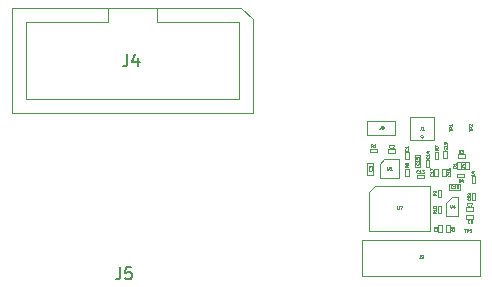
<source format=gbr>
%TF.GenerationSoftware,KiCad,Pcbnew,(7.0.0)*%
%TF.CreationDate,2023-09-15T12:30:04-04:00*%
%TF.ProjectId,headstage-neuropix2e,68656164-7374-4616-9765-2d6e6575726f,B (Beta)*%
%TF.SameCoordinates,Original*%
%TF.FileFunction,AssemblyDrawing,Top*%
%FSLAX46Y46*%
G04 Gerber Fmt 4.6, Leading zero omitted, Abs format (unit mm)*
G04 Created by KiCad (PCBNEW (7.0.0)) date 2023-09-15 12:30:04*
%MOMM*%
%LPD*%
G01*
G04 APERTURE LIST*
%ADD10C,0.040000*%
%ADD11C,0.150000*%
%ADD12C,0.100000*%
G04 APERTURE END LIST*
D10*
%TO.C,J1*%
X142436667Y-83341845D02*
X142436667Y-83520416D01*
X142436667Y-83520416D02*
X142424762Y-83556130D01*
X142424762Y-83556130D02*
X142400953Y-83579940D01*
X142400953Y-83579940D02*
X142365238Y-83591845D01*
X142365238Y-83591845D02*
X142341429Y-83591845D01*
X142686667Y-83591845D02*
X142543810Y-83591845D01*
X142615238Y-83591845D02*
X142615238Y-83341845D01*
X142615238Y-83341845D02*
X142591429Y-83377559D01*
X142591429Y-83377559D02*
X142567619Y-83401369D01*
X142567619Y-83401369D02*
X142543810Y-83413273D01*
%TO.C,R6*%
X141331845Y-86651666D02*
X141212797Y-86734999D01*
X141331845Y-86794523D02*
X141081845Y-86794523D01*
X141081845Y-86794523D02*
X141081845Y-86699285D01*
X141081845Y-86699285D02*
X141093750Y-86675475D01*
X141093750Y-86675475D02*
X141105654Y-86663570D01*
X141105654Y-86663570D02*
X141129464Y-86651666D01*
X141129464Y-86651666D02*
X141165178Y-86651666D01*
X141165178Y-86651666D02*
X141188988Y-86663570D01*
X141188988Y-86663570D02*
X141200892Y-86675475D01*
X141200892Y-86675475D02*
X141212797Y-86699285D01*
X141212797Y-86699285D02*
X141212797Y-86794523D01*
X141081845Y-86437380D02*
X141081845Y-86484999D01*
X141081845Y-86484999D02*
X141093750Y-86508808D01*
X141093750Y-86508808D02*
X141105654Y-86520713D01*
X141105654Y-86520713D02*
X141141369Y-86544523D01*
X141141369Y-86544523D02*
X141188988Y-86556427D01*
X141188988Y-86556427D02*
X141284226Y-86556427D01*
X141284226Y-86556427D02*
X141308035Y-86544523D01*
X141308035Y-86544523D02*
X141319940Y-86532618D01*
X141319940Y-86532618D02*
X141331845Y-86508808D01*
X141331845Y-86508808D02*
X141331845Y-86461189D01*
X141331845Y-86461189D02*
X141319940Y-86437380D01*
X141319940Y-86437380D02*
X141308035Y-86425475D01*
X141308035Y-86425475D02*
X141284226Y-86413570D01*
X141284226Y-86413570D02*
X141224702Y-86413570D01*
X141224702Y-86413570D02*
X141200892Y-86425475D01*
X141200892Y-86425475D02*
X141188988Y-86437380D01*
X141188988Y-86437380D02*
X141177083Y-86461189D01*
X141177083Y-86461189D02*
X141177083Y-86508808D01*
X141177083Y-86508808D02*
X141188988Y-86532618D01*
X141188988Y-86532618D02*
X141200892Y-86544523D01*
X141200892Y-86544523D02*
X141224702Y-86556427D01*
D11*
%TO.C,J5*%
X116956666Y-95267380D02*
X116956666Y-95981666D01*
X116956666Y-95981666D02*
X116909047Y-96124523D01*
X116909047Y-96124523D02*
X116813809Y-96219761D01*
X116813809Y-96219761D02*
X116670952Y-96267380D01*
X116670952Y-96267380D02*
X116575714Y-96267380D01*
X117909047Y-95267380D02*
X117432857Y-95267380D01*
X117432857Y-95267380D02*
X117385238Y-95743571D01*
X117385238Y-95743571D02*
X117432857Y-95695952D01*
X117432857Y-95695952D02*
X117528095Y-95648333D01*
X117528095Y-95648333D02*
X117766190Y-95648333D01*
X117766190Y-95648333D02*
X117861428Y-95695952D01*
X117861428Y-95695952D02*
X117909047Y-95743571D01*
X117909047Y-95743571D02*
X117956666Y-95838809D01*
X117956666Y-95838809D02*
X117956666Y-96076904D01*
X117956666Y-96076904D02*
X117909047Y-96172142D01*
X117909047Y-96172142D02*
X117861428Y-96219761D01*
X117861428Y-96219761D02*
X117766190Y-96267380D01*
X117766190Y-96267380D02*
X117528095Y-96267380D01*
X117528095Y-96267380D02*
X117432857Y-96219761D01*
X117432857Y-96219761D02*
X117385238Y-96172142D01*
D10*
%TO.C,TP2*%
X146481845Y-83735475D02*
X146481845Y-83592618D01*
X146731845Y-83664046D02*
X146481845Y-83664046D01*
X146731845Y-83509285D02*
X146481845Y-83509285D01*
X146481845Y-83509285D02*
X146481845Y-83414047D01*
X146481845Y-83414047D02*
X146493750Y-83390237D01*
X146493750Y-83390237D02*
X146505654Y-83378332D01*
X146505654Y-83378332D02*
X146529464Y-83366428D01*
X146529464Y-83366428D02*
X146565178Y-83366428D01*
X146565178Y-83366428D02*
X146588988Y-83378332D01*
X146588988Y-83378332D02*
X146600892Y-83390237D01*
X146600892Y-83390237D02*
X146612797Y-83414047D01*
X146612797Y-83414047D02*
X146612797Y-83509285D01*
X146505654Y-83271189D02*
X146493750Y-83259285D01*
X146493750Y-83259285D02*
X146481845Y-83235475D01*
X146481845Y-83235475D02*
X146481845Y-83175951D01*
X146481845Y-83175951D02*
X146493750Y-83152142D01*
X146493750Y-83152142D02*
X146505654Y-83140237D01*
X146505654Y-83140237D02*
X146529464Y-83128332D01*
X146529464Y-83128332D02*
X146553273Y-83128332D01*
X146553273Y-83128332D02*
X146588988Y-83140237D01*
X146588988Y-83140237D02*
X146731845Y-83283094D01*
X146731845Y-83283094D02*
X146731845Y-83128332D01*
%TO.C,C13*%
X142179285Y-87258035D02*
X142167381Y-87269940D01*
X142167381Y-87269940D02*
X142131666Y-87281845D01*
X142131666Y-87281845D02*
X142107857Y-87281845D01*
X142107857Y-87281845D02*
X142072143Y-87269940D01*
X142072143Y-87269940D02*
X142048333Y-87246130D01*
X142048333Y-87246130D02*
X142036428Y-87222321D01*
X142036428Y-87222321D02*
X142024524Y-87174702D01*
X142024524Y-87174702D02*
X142024524Y-87138988D01*
X142024524Y-87138988D02*
X142036428Y-87091369D01*
X142036428Y-87091369D02*
X142048333Y-87067559D01*
X142048333Y-87067559D02*
X142072143Y-87043750D01*
X142072143Y-87043750D02*
X142107857Y-87031845D01*
X142107857Y-87031845D02*
X142131666Y-87031845D01*
X142131666Y-87031845D02*
X142167381Y-87043750D01*
X142167381Y-87043750D02*
X142179285Y-87055654D01*
X142417381Y-87281845D02*
X142274524Y-87281845D01*
X142345952Y-87281845D02*
X142345952Y-87031845D01*
X142345952Y-87031845D02*
X142322143Y-87067559D01*
X142322143Y-87067559D02*
X142298333Y-87091369D01*
X142298333Y-87091369D02*
X142274524Y-87103273D01*
X142500714Y-87031845D02*
X142655476Y-87031845D01*
X142655476Y-87031845D02*
X142572142Y-87127083D01*
X142572142Y-87127083D02*
X142607857Y-87127083D01*
X142607857Y-87127083D02*
X142631666Y-87138988D01*
X142631666Y-87138988D02*
X142643571Y-87150892D01*
X142643571Y-87150892D02*
X142655476Y-87174702D01*
X142655476Y-87174702D02*
X142655476Y-87234226D01*
X142655476Y-87234226D02*
X142643571Y-87258035D01*
X142643571Y-87258035D02*
X142631666Y-87269940D01*
X142631666Y-87269940D02*
X142607857Y-87281845D01*
X142607857Y-87281845D02*
X142536428Y-87281845D01*
X142536428Y-87281845D02*
X142512619Y-87269940D01*
X142512619Y-87269940D02*
X142500714Y-87258035D01*
%TO.C,R3*%
X145758333Y-85571845D02*
X145675000Y-85452797D01*
X145615476Y-85571845D02*
X145615476Y-85321845D01*
X145615476Y-85321845D02*
X145710714Y-85321845D01*
X145710714Y-85321845D02*
X145734524Y-85333750D01*
X145734524Y-85333750D02*
X145746429Y-85345654D01*
X145746429Y-85345654D02*
X145758333Y-85369464D01*
X145758333Y-85369464D02*
X145758333Y-85405178D01*
X145758333Y-85405178D02*
X145746429Y-85428988D01*
X145746429Y-85428988D02*
X145734524Y-85440892D01*
X145734524Y-85440892D02*
X145710714Y-85452797D01*
X145710714Y-85452797D02*
X145615476Y-85452797D01*
X145841667Y-85321845D02*
X145996429Y-85321845D01*
X145996429Y-85321845D02*
X145913095Y-85417083D01*
X145913095Y-85417083D02*
X145948810Y-85417083D01*
X145948810Y-85417083D02*
X145972619Y-85428988D01*
X145972619Y-85428988D02*
X145984524Y-85440892D01*
X145984524Y-85440892D02*
X145996429Y-85464702D01*
X145996429Y-85464702D02*
X145996429Y-85524226D01*
X145996429Y-85524226D02*
X145984524Y-85548035D01*
X145984524Y-85548035D02*
X145972619Y-85559940D01*
X145972619Y-85559940D02*
X145948810Y-85571845D01*
X145948810Y-85571845D02*
X145877381Y-85571845D01*
X145877381Y-85571845D02*
X145853572Y-85559940D01*
X145853572Y-85559940D02*
X145841667Y-85548035D01*
%TO.C,J6*%
X138996667Y-83271845D02*
X138996667Y-83450416D01*
X138996667Y-83450416D02*
X138984762Y-83486130D01*
X138984762Y-83486130D02*
X138960953Y-83509940D01*
X138960953Y-83509940D02*
X138925238Y-83521845D01*
X138925238Y-83521845D02*
X138901429Y-83521845D01*
X139222857Y-83271845D02*
X139175238Y-83271845D01*
X139175238Y-83271845D02*
X139151429Y-83283750D01*
X139151429Y-83283750D02*
X139139524Y-83295654D01*
X139139524Y-83295654D02*
X139115714Y-83331369D01*
X139115714Y-83331369D02*
X139103810Y-83378988D01*
X139103810Y-83378988D02*
X139103810Y-83474226D01*
X139103810Y-83474226D02*
X139115714Y-83498035D01*
X139115714Y-83498035D02*
X139127619Y-83509940D01*
X139127619Y-83509940D02*
X139151429Y-83521845D01*
X139151429Y-83521845D02*
X139199048Y-83521845D01*
X139199048Y-83521845D02*
X139222857Y-83509940D01*
X139222857Y-83509940D02*
X139234762Y-83498035D01*
X139234762Y-83498035D02*
X139246667Y-83474226D01*
X139246667Y-83474226D02*
X139246667Y-83414702D01*
X139246667Y-83414702D02*
X139234762Y-83390892D01*
X139234762Y-83390892D02*
X139222857Y-83378988D01*
X139222857Y-83378988D02*
X139199048Y-83367083D01*
X139199048Y-83367083D02*
X139151429Y-83367083D01*
X139151429Y-83367083D02*
X139127619Y-83378988D01*
X139127619Y-83378988D02*
X139115714Y-83390892D01*
X139115714Y-83390892D02*
X139103810Y-83414702D01*
%TO.C,U7*%
X140422023Y-90091845D02*
X140422023Y-90294226D01*
X140422023Y-90294226D02*
X140433928Y-90318035D01*
X140433928Y-90318035D02*
X140445833Y-90329940D01*
X140445833Y-90329940D02*
X140469642Y-90341845D01*
X140469642Y-90341845D02*
X140517261Y-90341845D01*
X140517261Y-90341845D02*
X140541071Y-90329940D01*
X140541071Y-90329940D02*
X140552976Y-90318035D01*
X140552976Y-90318035D02*
X140564880Y-90294226D01*
X140564880Y-90294226D02*
X140564880Y-90091845D01*
X140660119Y-90091845D02*
X140826785Y-90091845D01*
X140826785Y-90091845D02*
X140719643Y-90341845D01*
%TO.C,C15*%
X142218035Y-86410714D02*
X142229940Y-86422618D01*
X142229940Y-86422618D02*
X142241845Y-86458333D01*
X142241845Y-86458333D02*
X142241845Y-86482142D01*
X142241845Y-86482142D02*
X142229940Y-86517856D01*
X142229940Y-86517856D02*
X142206130Y-86541666D01*
X142206130Y-86541666D02*
X142182321Y-86553571D01*
X142182321Y-86553571D02*
X142134702Y-86565475D01*
X142134702Y-86565475D02*
X142098988Y-86565475D01*
X142098988Y-86565475D02*
X142051369Y-86553571D01*
X142051369Y-86553571D02*
X142027559Y-86541666D01*
X142027559Y-86541666D02*
X142003750Y-86517856D01*
X142003750Y-86517856D02*
X141991845Y-86482142D01*
X141991845Y-86482142D02*
X141991845Y-86458333D01*
X141991845Y-86458333D02*
X142003750Y-86422618D01*
X142003750Y-86422618D02*
X142015654Y-86410714D01*
X142241845Y-86172618D02*
X142241845Y-86315475D01*
X142241845Y-86244047D02*
X141991845Y-86244047D01*
X141991845Y-86244047D02*
X142027559Y-86267856D01*
X142027559Y-86267856D02*
X142051369Y-86291666D01*
X142051369Y-86291666D02*
X142063273Y-86315475D01*
X141991845Y-85946428D02*
X141991845Y-86065476D01*
X141991845Y-86065476D02*
X142110892Y-86077380D01*
X142110892Y-86077380D02*
X142098988Y-86065476D01*
X142098988Y-86065476D02*
X142087083Y-86041666D01*
X142087083Y-86041666D02*
X142087083Y-85982142D01*
X142087083Y-85982142D02*
X142098988Y-85958333D01*
X142098988Y-85958333D02*
X142110892Y-85946428D01*
X142110892Y-85946428D02*
X142134702Y-85934523D01*
X142134702Y-85934523D02*
X142194226Y-85934523D01*
X142194226Y-85934523D02*
X142218035Y-85946428D01*
X142218035Y-85946428D02*
X142229940Y-85958333D01*
X142229940Y-85958333D02*
X142241845Y-85982142D01*
X142241845Y-85982142D02*
X142241845Y-86041666D01*
X142241845Y-86041666D02*
X142229940Y-86065476D01*
X142229940Y-86065476D02*
X142218035Y-86077380D01*
%TO.C,TP1*%
X144801845Y-83735475D02*
X144801845Y-83592618D01*
X145051845Y-83664046D02*
X144801845Y-83664046D01*
X145051845Y-83509285D02*
X144801845Y-83509285D01*
X144801845Y-83509285D02*
X144801845Y-83414047D01*
X144801845Y-83414047D02*
X144813750Y-83390237D01*
X144813750Y-83390237D02*
X144825654Y-83378332D01*
X144825654Y-83378332D02*
X144849464Y-83366428D01*
X144849464Y-83366428D02*
X144885178Y-83366428D01*
X144885178Y-83366428D02*
X144908988Y-83378332D01*
X144908988Y-83378332D02*
X144920892Y-83390237D01*
X144920892Y-83390237D02*
X144932797Y-83414047D01*
X144932797Y-83414047D02*
X144932797Y-83509285D01*
X145051845Y-83128332D02*
X145051845Y-83271189D01*
X145051845Y-83199761D02*
X144801845Y-83199761D01*
X144801845Y-83199761D02*
X144837559Y-83223570D01*
X144837559Y-83223570D02*
X144861369Y-83247380D01*
X144861369Y-83247380D02*
X144873273Y-83271189D01*
%TO.C,R1*%
X138328333Y-85091845D02*
X138245000Y-84972797D01*
X138185476Y-85091845D02*
X138185476Y-84841845D01*
X138185476Y-84841845D02*
X138280714Y-84841845D01*
X138280714Y-84841845D02*
X138304524Y-84853750D01*
X138304524Y-84853750D02*
X138316429Y-84865654D01*
X138316429Y-84865654D02*
X138328333Y-84889464D01*
X138328333Y-84889464D02*
X138328333Y-84925178D01*
X138328333Y-84925178D02*
X138316429Y-84948988D01*
X138316429Y-84948988D02*
X138304524Y-84960892D01*
X138304524Y-84960892D02*
X138280714Y-84972797D01*
X138280714Y-84972797D02*
X138185476Y-84972797D01*
X138566429Y-85091845D02*
X138423572Y-85091845D01*
X138495000Y-85091845D02*
X138495000Y-84841845D01*
X138495000Y-84841845D02*
X138471191Y-84877559D01*
X138471191Y-84877559D02*
X138447381Y-84901369D01*
X138447381Y-84901369D02*
X138423572Y-84913273D01*
%TO.C,C17*%
X143408035Y-87360714D02*
X143419940Y-87372618D01*
X143419940Y-87372618D02*
X143431845Y-87408333D01*
X143431845Y-87408333D02*
X143431845Y-87432142D01*
X143431845Y-87432142D02*
X143419940Y-87467856D01*
X143419940Y-87467856D02*
X143396130Y-87491666D01*
X143396130Y-87491666D02*
X143372321Y-87503571D01*
X143372321Y-87503571D02*
X143324702Y-87515475D01*
X143324702Y-87515475D02*
X143288988Y-87515475D01*
X143288988Y-87515475D02*
X143241369Y-87503571D01*
X143241369Y-87503571D02*
X143217559Y-87491666D01*
X143217559Y-87491666D02*
X143193750Y-87467856D01*
X143193750Y-87467856D02*
X143181845Y-87432142D01*
X143181845Y-87432142D02*
X143181845Y-87408333D01*
X143181845Y-87408333D02*
X143193750Y-87372618D01*
X143193750Y-87372618D02*
X143205654Y-87360714D01*
X143431845Y-87122618D02*
X143431845Y-87265475D01*
X143431845Y-87194047D02*
X143181845Y-87194047D01*
X143181845Y-87194047D02*
X143217559Y-87217856D01*
X143217559Y-87217856D02*
X143241369Y-87241666D01*
X143241369Y-87241666D02*
X143253273Y-87265475D01*
X143181845Y-87039285D02*
X143181845Y-86872619D01*
X143181845Y-86872619D02*
X143431845Y-86979761D01*
%TO.C,C14*%
X143058035Y-85890714D02*
X143069940Y-85902618D01*
X143069940Y-85902618D02*
X143081845Y-85938333D01*
X143081845Y-85938333D02*
X143081845Y-85962142D01*
X143081845Y-85962142D02*
X143069940Y-85997856D01*
X143069940Y-85997856D02*
X143046130Y-86021666D01*
X143046130Y-86021666D02*
X143022321Y-86033571D01*
X143022321Y-86033571D02*
X142974702Y-86045475D01*
X142974702Y-86045475D02*
X142938988Y-86045475D01*
X142938988Y-86045475D02*
X142891369Y-86033571D01*
X142891369Y-86033571D02*
X142867559Y-86021666D01*
X142867559Y-86021666D02*
X142843750Y-85997856D01*
X142843750Y-85997856D02*
X142831845Y-85962142D01*
X142831845Y-85962142D02*
X142831845Y-85938333D01*
X142831845Y-85938333D02*
X142843750Y-85902618D01*
X142843750Y-85902618D02*
X142855654Y-85890714D01*
X143081845Y-85652618D02*
X143081845Y-85795475D01*
X143081845Y-85724047D02*
X142831845Y-85724047D01*
X142831845Y-85724047D02*
X142867559Y-85747856D01*
X142867559Y-85747856D02*
X142891369Y-85771666D01*
X142891369Y-85771666D02*
X142903273Y-85795475D01*
X142915178Y-85438333D02*
X143081845Y-85438333D01*
X142819940Y-85497857D02*
X142998511Y-85557380D01*
X142998511Y-85557380D02*
X142998511Y-85402619D01*
%TO.C,C22*%
X146578035Y-89440714D02*
X146589940Y-89452618D01*
X146589940Y-89452618D02*
X146601845Y-89488333D01*
X146601845Y-89488333D02*
X146601845Y-89512142D01*
X146601845Y-89512142D02*
X146589940Y-89547856D01*
X146589940Y-89547856D02*
X146566130Y-89571666D01*
X146566130Y-89571666D02*
X146542321Y-89583571D01*
X146542321Y-89583571D02*
X146494702Y-89595475D01*
X146494702Y-89595475D02*
X146458988Y-89595475D01*
X146458988Y-89595475D02*
X146411369Y-89583571D01*
X146411369Y-89583571D02*
X146387559Y-89571666D01*
X146387559Y-89571666D02*
X146363750Y-89547856D01*
X146363750Y-89547856D02*
X146351845Y-89512142D01*
X146351845Y-89512142D02*
X146351845Y-89488333D01*
X146351845Y-89488333D02*
X146363750Y-89452618D01*
X146363750Y-89452618D02*
X146375654Y-89440714D01*
X146375654Y-89345475D02*
X146363750Y-89333571D01*
X146363750Y-89333571D02*
X146351845Y-89309761D01*
X146351845Y-89309761D02*
X146351845Y-89250237D01*
X146351845Y-89250237D02*
X146363750Y-89226428D01*
X146363750Y-89226428D02*
X146375654Y-89214523D01*
X146375654Y-89214523D02*
X146399464Y-89202618D01*
X146399464Y-89202618D02*
X146423273Y-89202618D01*
X146423273Y-89202618D02*
X146458988Y-89214523D01*
X146458988Y-89214523D02*
X146601845Y-89357380D01*
X146601845Y-89357380D02*
X146601845Y-89202618D01*
X146375654Y-89107380D02*
X146363750Y-89095476D01*
X146363750Y-89095476D02*
X146351845Y-89071666D01*
X146351845Y-89071666D02*
X146351845Y-89012142D01*
X146351845Y-89012142D02*
X146363750Y-88988333D01*
X146363750Y-88988333D02*
X146375654Y-88976428D01*
X146375654Y-88976428D02*
X146399464Y-88964523D01*
X146399464Y-88964523D02*
X146423273Y-88964523D01*
X146423273Y-88964523D02*
X146458988Y-88976428D01*
X146458988Y-88976428D02*
X146601845Y-89119285D01*
X146601845Y-89119285D02*
X146601845Y-88964523D01*
%TO.C,C9*%
X145218035Y-92041666D02*
X145229940Y-92053570D01*
X145229940Y-92053570D02*
X145241845Y-92089285D01*
X145241845Y-92089285D02*
X145241845Y-92113094D01*
X145241845Y-92113094D02*
X145229940Y-92148808D01*
X145229940Y-92148808D02*
X145206130Y-92172618D01*
X145206130Y-92172618D02*
X145182321Y-92184523D01*
X145182321Y-92184523D02*
X145134702Y-92196427D01*
X145134702Y-92196427D02*
X145098988Y-92196427D01*
X145098988Y-92196427D02*
X145051369Y-92184523D01*
X145051369Y-92184523D02*
X145027559Y-92172618D01*
X145027559Y-92172618D02*
X145003750Y-92148808D01*
X145003750Y-92148808D02*
X144991845Y-92113094D01*
X144991845Y-92113094D02*
X144991845Y-92089285D01*
X144991845Y-92089285D02*
X145003750Y-92053570D01*
X145003750Y-92053570D02*
X145015654Y-92041666D01*
X145241845Y-91922618D02*
X145241845Y-91874999D01*
X145241845Y-91874999D02*
X145229940Y-91851189D01*
X145229940Y-91851189D02*
X145218035Y-91839285D01*
X145218035Y-91839285D02*
X145182321Y-91815475D01*
X145182321Y-91815475D02*
X145134702Y-91803570D01*
X145134702Y-91803570D02*
X145039464Y-91803570D01*
X145039464Y-91803570D02*
X145015654Y-91815475D01*
X145015654Y-91815475D02*
X145003750Y-91827380D01*
X145003750Y-91827380D02*
X144991845Y-91851189D01*
X144991845Y-91851189D02*
X144991845Y-91898808D01*
X144991845Y-91898808D02*
X145003750Y-91922618D01*
X145003750Y-91922618D02*
X145015654Y-91934523D01*
X145015654Y-91934523D02*
X145039464Y-91946427D01*
X145039464Y-91946427D02*
X145098988Y-91946427D01*
X145098988Y-91946427D02*
X145122797Y-91934523D01*
X145122797Y-91934523D02*
X145134702Y-91922618D01*
X145134702Y-91922618D02*
X145146607Y-91898808D01*
X145146607Y-91898808D02*
X145146607Y-91851189D01*
X145146607Y-91851189D02*
X145134702Y-91827380D01*
X145134702Y-91827380D02*
X145122797Y-91815475D01*
X145122797Y-91815475D02*
X145098988Y-91803570D01*
%TO.C,C7*%
X146488333Y-90028035D02*
X146476429Y-90039940D01*
X146476429Y-90039940D02*
X146440714Y-90051845D01*
X146440714Y-90051845D02*
X146416905Y-90051845D01*
X146416905Y-90051845D02*
X146381191Y-90039940D01*
X146381191Y-90039940D02*
X146357381Y-90016130D01*
X146357381Y-90016130D02*
X146345476Y-89992321D01*
X146345476Y-89992321D02*
X146333572Y-89944702D01*
X146333572Y-89944702D02*
X146333572Y-89908988D01*
X146333572Y-89908988D02*
X146345476Y-89861369D01*
X146345476Y-89861369D02*
X146357381Y-89837559D01*
X146357381Y-89837559D02*
X146381191Y-89813750D01*
X146381191Y-89813750D02*
X146416905Y-89801845D01*
X146416905Y-89801845D02*
X146440714Y-89801845D01*
X146440714Y-89801845D02*
X146476429Y-89813750D01*
X146476429Y-89813750D02*
X146488333Y-89825654D01*
X146571667Y-89801845D02*
X146738333Y-89801845D01*
X146738333Y-89801845D02*
X146631191Y-90051845D01*
%TO.C,C2*%
X139868333Y-85118035D02*
X139856429Y-85129940D01*
X139856429Y-85129940D02*
X139820714Y-85141845D01*
X139820714Y-85141845D02*
X139796905Y-85141845D01*
X139796905Y-85141845D02*
X139761191Y-85129940D01*
X139761191Y-85129940D02*
X139737381Y-85106130D01*
X139737381Y-85106130D02*
X139725476Y-85082321D01*
X139725476Y-85082321D02*
X139713572Y-85034702D01*
X139713572Y-85034702D02*
X139713572Y-84998988D01*
X139713572Y-84998988D02*
X139725476Y-84951369D01*
X139725476Y-84951369D02*
X139737381Y-84927559D01*
X139737381Y-84927559D02*
X139761191Y-84903750D01*
X139761191Y-84903750D02*
X139796905Y-84891845D01*
X139796905Y-84891845D02*
X139820714Y-84891845D01*
X139820714Y-84891845D02*
X139856429Y-84903750D01*
X139856429Y-84903750D02*
X139868333Y-84915654D01*
X139963572Y-84915654D02*
X139975476Y-84903750D01*
X139975476Y-84903750D02*
X139999286Y-84891845D01*
X139999286Y-84891845D02*
X140058810Y-84891845D01*
X140058810Y-84891845D02*
X140082619Y-84903750D01*
X140082619Y-84903750D02*
X140094524Y-84915654D01*
X140094524Y-84915654D02*
X140106429Y-84939464D01*
X140106429Y-84939464D02*
X140106429Y-84963273D01*
X140106429Y-84963273D02*
X140094524Y-84998988D01*
X140094524Y-84998988D02*
X139951667Y-85141845D01*
X139951667Y-85141845D02*
X140106429Y-85141845D01*
%TO.C,U1*%
X139534523Y-86741845D02*
X139534523Y-86944226D01*
X139534523Y-86944226D02*
X139546428Y-86968035D01*
X139546428Y-86968035D02*
X139558333Y-86979940D01*
X139558333Y-86979940D02*
X139582142Y-86991845D01*
X139582142Y-86991845D02*
X139629761Y-86991845D01*
X139629761Y-86991845D02*
X139653571Y-86979940D01*
X139653571Y-86979940D02*
X139665476Y-86968035D01*
X139665476Y-86968035D02*
X139677380Y-86944226D01*
X139677380Y-86944226D02*
X139677380Y-86741845D01*
X139927381Y-86991845D02*
X139784524Y-86991845D01*
X139855952Y-86991845D02*
X139855952Y-86741845D01*
X139855952Y-86741845D02*
X139832143Y-86777559D01*
X139832143Y-86777559D02*
X139808333Y-86801369D01*
X139808333Y-86801369D02*
X139784524Y-86813273D01*
%TO.C,J2*%
X142341667Y-94241845D02*
X142341667Y-94420416D01*
X142341667Y-94420416D02*
X142329762Y-94456130D01*
X142329762Y-94456130D02*
X142305953Y-94479940D01*
X142305953Y-94479940D02*
X142270238Y-94491845D01*
X142270238Y-94491845D02*
X142246429Y-94491845D01*
X142448810Y-94265654D02*
X142460714Y-94253750D01*
X142460714Y-94253750D02*
X142484524Y-94241845D01*
X142484524Y-94241845D02*
X142544048Y-94241845D01*
X142544048Y-94241845D02*
X142567857Y-94253750D01*
X142567857Y-94253750D02*
X142579762Y-94265654D01*
X142579762Y-94265654D02*
X142591667Y-94289464D01*
X142591667Y-94289464D02*
X142591667Y-94313273D01*
X142591667Y-94313273D02*
X142579762Y-94348988D01*
X142579762Y-94348988D02*
X142436905Y-94491845D01*
X142436905Y-94491845D02*
X142591667Y-94491845D01*
%TO.C,R10*%
X143694845Y-90551714D02*
X143575797Y-90635047D01*
X143694845Y-90694571D02*
X143444845Y-90694571D01*
X143444845Y-90694571D02*
X143444845Y-90599333D01*
X143444845Y-90599333D02*
X143456750Y-90575523D01*
X143456750Y-90575523D02*
X143468654Y-90563618D01*
X143468654Y-90563618D02*
X143492464Y-90551714D01*
X143492464Y-90551714D02*
X143528178Y-90551714D01*
X143528178Y-90551714D02*
X143551988Y-90563618D01*
X143551988Y-90563618D02*
X143563892Y-90575523D01*
X143563892Y-90575523D02*
X143575797Y-90599333D01*
X143575797Y-90599333D02*
X143575797Y-90694571D01*
X143694845Y-90313618D02*
X143694845Y-90456475D01*
X143694845Y-90385047D02*
X143444845Y-90385047D01*
X143444845Y-90385047D02*
X143480559Y-90408856D01*
X143480559Y-90408856D02*
X143504369Y-90432666D01*
X143504369Y-90432666D02*
X143516273Y-90456475D01*
X143444845Y-90158857D02*
X143444845Y-90135047D01*
X143444845Y-90135047D02*
X143456750Y-90111238D01*
X143456750Y-90111238D02*
X143468654Y-90099333D01*
X143468654Y-90099333D02*
X143492464Y-90087428D01*
X143492464Y-90087428D02*
X143540083Y-90075523D01*
X143540083Y-90075523D02*
X143599607Y-90075523D01*
X143599607Y-90075523D02*
X143647226Y-90087428D01*
X143647226Y-90087428D02*
X143671035Y-90099333D01*
X143671035Y-90099333D02*
X143682940Y-90111238D01*
X143682940Y-90111238D02*
X143694845Y-90135047D01*
X143694845Y-90135047D02*
X143694845Y-90158857D01*
X143694845Y-90158857D02*
X143682940Y-90182666D01*
X143682940Y-90182666D02*
X143671035Y-90194571D01*
X143671035Y-90194571D02*
X143647226Y-90206476D01*
X143647226Y-90206476D02*
X143599607Y-90218380D01*
X143599607Y-90218380D02*
X143540083Y-90218380D01*
X143540083Y-90218380D02*
X143492464Y-90206476D01*
X143492464Y-90206476D02*
X143468654Y-90194571D01*
X143468654Y-90194571D02*
X143456750Y-90182666D01*
X143456750Y-90182666D02*
X143444845Y-90158857D01*
%TO.C,L4*%
X146941845Y-87321666D02*
X146941845Y-87440714D01*
X146941845Y-87440714D02*
X146691845Y-87440714D01*
X146775178Y-87131190D02*
X146941845Y-87131190D01*
X146679940Y-87190714D02*
X146858511Y-87250237D01*
X146858511Y-87250237D02*
X146858511Y-87095476D01*
%TO.C,C19*%
X144558035Y-85130714D02*
X144569940Y-85142618D01*
X144569940Y-85142618D02*
X144581845Y-85178333D01*
X144581845Y-85178333D02*
X144581845Y-85202142D01*
X144581845Y-85202142D02*
X144569940Y-85237856D01*
X144569940Y-85237856D02*
X144546130Y-85261666D01*
X144546130Y-85261666D02*
X144522321Y-85273571D01*
X144522321Y-85273571D02*
X144474702Y-85285475D01*
X144474702Y-85285475D02*
X144438988Y-85285475D01*
X144438988Y-85285475D02*
X144391369Y-85273571D01*
X144391369Y-85273571D02*
X144367559Y-85261666D01*
X144367559Y-85261666D02*
X144343750Y-85237856D01*
X144343750Y-85237856D02*
X144331845Y-85202142D01*
X144331845Y-85202142D02*
X144331845Y-85178333D01*
X144331845Y-85178333D02*
X144343750Y-85142618D01*
X144343750Y-85142618D02*
X144355654Y-85130714D01*
X144581845Y-84892618D02*
X144581845Y-85035475D01*
X144581845Y-84964047D02*
X144331845Y-84964047D01*
X144331845Y-84964047D02*
X144367559Y-84987856D01*
X144367559Y-84987856D02*
X144391369Y-85011666D01*
X144391369Y-85011666D02*
X144403273Y-85035475D01*
X144581845Y-84773571D02*
X144581845Y-84725952D01*
X144581845Y-84725952D02*
X144569940Y-84702142D01*
X144569940Y-84702142D02*
X144558035Y-84690238D01*
X144558035Y-84690238D02*
X144522321Y-84666428D01*
X144522321Y-84666428D02*
X144474702Y-84654523D01*
X144474702Y-84654523D02*
X144379464Y-84654523D01*
X144379464Y-84654523D02*
X144355654Y-84666428D01*
X144355654Y-84666428D02*
X144343750Y-84678333D01*
X144343750Y-84678333D02*
X144331845Y-84702142D01*
X144331845Y-84702142D02*
X144331845Y-84749761D01*
X144331845Y-84749761D02*
X144343750Y-84773571D01*
X144343750Y-84773571D02*
X144355654Y-84785476D01*
X144355654Y-84785476D02*
X144379464Y-84797380D01*
X144379464Y-84797380D02*
X144438988Y-84797380D01*
X144438988Y-84797380D02*
X144462797Y-84785476D01*
X144462797Y-84785476D02*
X144474702Y-84773571D01*
X144474702Y-84773571D02*
X144486607Y-84749761D01*
X144486607Y-84749761D02*
X144486607Y-84702142D01*
X144486607Y-84702142D02*
X144474702Y-84678333D01*
X144474702Y-84678333D02*
X144462797Y-84666428D01*
X144462797Y-84666428D02*
X144438988Y-84654523D01*
%TO.C,C6*%
X146518333Y-91478035D02*
X146506429Y-91489940D01*
X146506429Y-91489940D02*
X146470714Y-91501845D01*
X146470714Y-91501845D02*
X146446905Y-91501845D01*
X146446905Y-91501845D02*
X146411191Y-91489940D01*
X146411191Y-91489940D02*
X146387381Y-91466130D01*
X146387381Y-91466130D02*
X146375476Y-91442321D01*
X146375476Y-91442321D02*
X146363572Y-91394702D01*
X146363572Y-91394702D02*
X146363572Y-91358988D01*
X146363572Y-91358988D02*
X146375476Y-91311369D01*
X146375476Y-91311369D02*
X146387381Y-91287559D01*
X146387381Y-91287559D02*
X146411191Y-91263750D01*
X146411191Y-91263750D02*
X146446905Y-91251845D01*
X146446905Y-91251845D02*
X146470714Y-91251845D01*
X146470714Y-91251845D02*
X146506429Y-91263750D01*
X146506429Y-91263750D02*
X146518333Y-91275654D01*
X146732619Y-91251845D02*
X146685000Y-91251845D01*
X146685000Y-91251845D02*
X146661191Y-91263750D01*
X146661191Y-91263750D02*
X146649286Y-91275654D01*
X146649286Y-91275654D02*
X146625476Y-91311369D01*
X146625476Y-91311369D02*
X146613572Y-91358988D01*
X146613572Y-91358988D02*
X146613572Y-91454226D01*
X146613572Y-91454226D02*
X146625476Y-91478035D01*
X146625476Y-91478035D02*
X146637381Y-91489940D01*
X146637381Y-91489940D02*
X146661191Y-91501845D01*
X146661191Y-91501845D02*
X146708810Y-91501845D01*
X146708810Y-91501845D02*
X146732619Y-91489940D01*
X146732619Y-91489940D02*
X146744524Y-91478035D01*
X146744524Y-91478035D02*
X146756429Y-91454226D01*
X146756429Y-91454226D02*
X146756429Y-91394702D01*
X146756429Y-91394702D02*
X146744524Y-91370892D01*
X146744524Y-91370892D02*
X146732619Y-91358988D01*
X146732619Y-91358988D02*
X146708810Y-91347083D01*
X146708810Y-91347083D02*
X146661191Y-91347083D01*
X146661191Y-91347083D02*
X146637381Y-91358988D01*
X146637381Y-91358988D02*
X146625476Y-91370892D01*
X146625476Y-91370892D02*
X146613572Y-91394702D01*
%TO.C,C16*%
X144868035Y-87360714D02*
X144879940Y-87372618D01*
X144879940Y-87372618D02*
X144891845Y-87408333D01*
X144891845Y-87408333D02*
X144891845Y-87432142D01*
X144891845Y-87432142D02*
X144879940Y-87467856D01*
X144879940Y-87467856D02*
X144856130Y-87491666D01*
X144856130Y-87491666D02*
X144832321Y-87503571D01*
X144832321Y-87503571D02*
X144784702Y-87515475D01*
X144784702Y-87515475D02*
X144748988Y-87515475D01*
X144748988Y-87515475D02*
X144701369Y-87503571D01*
X144701369Y-87503571D02*
X144677559Y-87491666D01*
X144677559Y-87491666D02*
X144653750Y-87467856D01*
X144653750Y-87467856D02*
X144641845Y-87432142D01*
X144641845Y-87432142D02*
X144641845Y-87408333D01*
X144641845Y-87408333D02*
X144653750Y-87372618D01*
X144653750Y-87372618D02*
X144665654Y-87360714D01*
X144891845Y-87122618D02*
X144891845Y-87265475D01*
X144891845Y-87194047D02*
X144641845Y-87194047D01*
X144641845Y-87194047D02*
X144677559Y-87217856D01*
X144677559Y-87217856D02*
X144701369Y-87241666D01*
X144701369Y-87241666D02*
X144713273Y-87265475D01*
X144641845Y-86908333D02*
X144641845Y-86955952D01*
X144641845Y-86955952D02*
X144653750Y-86979761D01*
X144653750Y-86979761D02*
X144665654Y-86991666D01*
X144665654Y-86991666D02*
X144701369Y-87015476D01*
X144701369Y-87015476D02*
X144748988Y-87027380D01*
X144748988Y-87027380D02*
X144844226Y-87027380D01*
X144844226Y-87027380D02*
X144868035Y-87015476D01*
X144868035Y-87015476D02*
X144879940Y-87003571D01*
X144879940Y-87003571D02*
X144891845Y-86979761D01*
X144891845Y-86979761D02*
X144891845Y-86932142D01*
X144891845Y-86932142D02*
X144879940Y-86908333D01*
X144879940Y-86908333D02*
X144868035Y-86896428D01*
X144868035Y-86896428D02*
X144844226Y-86884523D01*
X144844226Y-86884523D02*
X144784702Y-86884523D01*
X144784702Y-86884523D02*
X144760892Y-86896428D01*
X144760892Y-86896428D02*
X144748988Y-86908333D01*
X144748988Y-86908333D02*
X144737083Y-86932142D01*
X144737083Y-86932142D02*
X144737083Y-86979761D01*
X144737083Y-86979761D02*
X144748988Y-87003571D01*
X144748988Y-87003571D02*
X144760892Y-87015476D01*
X144760892Y-87015476D02*
X144784702Y-87027380D01*
%TO.C,C3*%
X138238035Y-86941666D02*
X138249940Y-86953570D01*
X138249940Y-86953570D02*
X138261845Y-86989285D01*
X138261845Y-86989285D02*
X138261845Y-87013094D01*
X138261845Y-87013094D02*
X138249940Y-87048808D01*
X138249940Y-87048808D02*
X138226130Y-87072618D01*
X138226130Y-87072618D02*
X138202321Y-87084523D01*
X138202321Y-87084523D02*
X138154702Y-87096427D01*
X138154702Y-87096427D02*
X138118988Y-87096427D01*
X138118988Y-87096427D02*
X138071369Y-87084523D01*
X138071369Y-87084523D02*
X138047559Y-87072618D01*
X138047559Y-87072618D02*
X138023750Y-87048808D01*
X138023750Y-87048808D02*
X138011845Y-87013094D01*
X138011845Y-87013094D02*
X138011845Y-86989285D01*
X138011845Y-86989285D02*
X138023750Y-86953570D01*
X138023750Y-86953570D02*
X138035654Y-86941666D01*
X138011845Y-86858332D02*
X138011845Y-86703570D01*
X138011845Y-86703570D02*
X138107083Y-86786904D01*
X138107083Y-86786904D02*
X138107083Y-86751189D01*
X138107083Y-86751189D02*
X138118988Y-86727380D01*
X138118988Y-86727380D02*
X138130892Y-86715475D01*
X138130892Y-86715475D02*
X138154702Y-86703570D01*
X138154702Y-86703570D02*
X138214226Y-86703570D01*
X138214226Y-86703570D02*
X138238035Y-86715475D01*
X138238035Y-86715475D02*
X138249940Y-86727380D01*
X138249940Y-86727380D02*
X138261845Y-86751189D01*
X138261845Y-86751189D02*
X138261845Y-86822618D01*
X138261845Y-86822618D02*
X138249940Y-86846427D01*
X138249940Y-86846427D02*
X138238035Y-86858332D01*
%TO.C,C1*%
X141298035Y-85241666D02*
X141309940Y-85253570D01*
X141309940Y-85253570D02*
X141321845Y-85289285D01*
X141321845Y-85289285D02*
X141321845Y-85313094D01*
X141321845Y-85313094D02*
X141309940Y-85348808D01*
X141309940Y-85348808D02*
X141286130Y-85372618D01*
X141286130Y-85372618D02*
X141262321Y-85384523D01*
X141262321Y-85384523D02*
X141214702Y-85396427D01*
X141214702Y-85396427D02*
X141178988Y-85396427D01*
X141178988Y-85396427D02*
X141131369Y-85384523D01*
X141131369Y-85384523D02*
X141107559Y-85372618D01*
X141107559Y-85372618D02*
X141083750Y-85348808D01*
X141083750Y-85348808D02*
X141071845Y-85313094D01*
X141071845Y-85313094D02*
X141071845Y-85289285D01*
X141071845Y-85289285D02*
X141083750Y-85253570D01*
X141083750Y-85253570D02*
X141095654Y-85241666D01*
X141321845Y-85003570D02*
X141321845Y-85146427D01*
X141321845Y-85074999D02*
X141071845Y-85074999D01*
X141071845Y-85074999D02*
X141107559Y-85098808D01*
X141107559Y-85098808D02*
X141131369Y-85122618D01*
X141131369Y-85122618D02*
X141143273Y-85146427D01*
%TO.C,TP3*%
X146077524Y-92036845D02*
X146220381Y-92036845D01*
X146148953Y-92286845D02*
X146148953Y-92036845D01*
X146303714Y-92286845D02*
X146303714Y-92036845D01*
X146303714Y-92036845D02*
X146398952Y-92036845D01*
X146398952Y-92036845D02*
X146422762Y-92048750D01*
X146422762Y-92048750D02*
X146434667Y-92060654D01*
X146434667Y-92060654D02*
X146446571Y-92084464D01*
X146446571Y-92084464D02*
X146446571Y-92120178D01*
X146446571Y-92120178D02*
X146434667Y-92143988D01*
X146434667Y-92143988D02*
X146422762Y-92155892D01*
X146422762Y-92155892D02*
X146398952Y-92167797D01*
X146398952Y-92167797D02*
X146303714Y-92167797D01*
X146529905Y-92036845D02*
X146684667Y-92036845D01*
X146684667Y-92036845D02*
X146601333Y-92132083D01*
X146601333Y-92132083D02*
X146637048Y-92132083D01*
X146637048Y-92132083D02*
X146660857Y-92143988D01*
X146660857Y-92143988D02*
X146672762Y-92155892D01*
X146672762Y-92155892D02*
X146684667Y-92179702D01*
X146684667Y-92179702D02*
X146684667Y-92239226D01*
X146684667Y-92239226D02*
X146672762Y-92263035D01*
X146672762Y-92263035D02*
X146660857Y-92274940D01*
X146660857Y-92274940D02*
X146637048Y-92286845D01*
X146637048Y-92286845D02*
X146565619Y-92286845D01*
X146565619Y-92286845D02*
X146541810Y-92274940D01*
X146541810Y-92274940D02*
X146529905Y-92263035D01*
%TO.C,C8*%
X143758035Y-92051666D02*
X143769940Y-92063570D01*
X143769940Y-92063570D02*
X143781845Y-92099285D01*
X143781845Y-92099285D02*
X143781845Y-92123094D01*
X143781845Y-92123094D02*
X143769940Y-92158808D01*
X143769940Y-92158808D02*
X143746130Y-92182618D01*
X143746130Y-92182618D02*
X143722321Y-92194523D01*
X143722321Y-92194523D02*
X143674702Y-92206427D01*
X143674702Y-92206427D02*
X143638988Y-92206427D01*
X143638988Y-92206427D02*
X143591369Y-92194523D01*
X143591369Y-92194523D02*
X143567559Y-92182618D01*
X143567559Y-92182618D02*
X143543750Y-92158808D01*
X143543750Y-92158808D02*
X143531845Y-92123094D01*
X143531845Y-92123094D02*
X143531845Y-92099285D01*
X143531845Y-92099285D02*
X143543750Y-92063570D01*
X143543750Y-92063570D02*
X143555654Y-92051666D01*
X143638988Y-91908808D02*
X143627083Y-91932618D01*
X143627083Y-91932618D02*
X143615178Y-91944523D01*
X143615178Y-91944523D02*
X143591369Y-91956427D01*
X143591369Y-91956427D02*
X143579464Y-91956427D01*
X143579464Y-91956427D02*
X143555654Y-91944523D01*
X143555654Y-91944523D02*
X143543750Y-91932618D01*
X143543750Y-91932618D02*
X143531845Y-91908808D01*
X143531845Y-91908808D02*
X143531845Y-91861189D01*
X143531845Y-91861189D02*
X143543750Y-91837380D01*
X143543750Y-91837380D02*
X143555654Y-91825475D01*
X143555654Y-91825475D02*
X143579464Y-91813570D01*
X143579464Y-91813570D02*
X143591369Y-91813570D01*
X143591369Y-91813570D02*
X143615178Y-91825475D01*
X143615178Y-91825475D02*
X143627083Y-91837380D01*
X143627083Y-91837380D02*
X143638988Y-91861189D01*
X143638988Y-91861189D02*
X143638988Y-91908808D01*
X143638988Y-91908808D02*
X143650892Y-91932618D01*
X143650892Y-91932618D02*
X143662797Y-91944523D01*
X143662797Y-91944523D02*
X143686607Y-91956427D01*
X143686607Y-91956427D02*
X143734226Y-91956427D01*
X143734226Y-91956427D02*
X143758035Y-91944523D01*
X143758035Y-91944523D02*
X143769940Y-91932618D01*
X143769940Y-91932618D02*
X143781845Y-91908808D01*
X143781845Y-91908808D02*
X143781845Y-91861189D01*
X143781845Y-91861189D02*
X143769940Y-91837380D01*
X143769940Y-91837380D02*
X143758035Y-91825475D01*
X143758035Y-91825475D02*
X143734226Y-91813570D01*
X143734226Y-91813570D02*
X143686607Y-91813570D01*
X143686607Y-91813570D02*
X143662797Y-91825475D01*
X143662797Y-91825475D02*
X143650892Y-91837380D01*
X143650892Y-91837380D02*
X143638988Y-91861189D01*
%TO.C,C18*%
X145094285Y-88538035D02*
X145082381Y-88549940D01*
X145082381Y-88549940D02*
X145046666Y-88561845D01*
X145046666Y-88561845D02*
X145022857Y-88561845D01*
X145022857Y-88561845D02*
X144987143Y-88549940D01*
X144987143Y-88549940D02*
X144963333Y-88526130D01*
X144963333Y-88526130D02*
X144951428Y-88502321D01*
X144951428Y-88502321D02*
X144939524Y-88454702D01*
X144939524Y-88454702D02*
X144939524Y-88418988D01*
X144939524Y-88418988D02*
X144951428Y-88371369D01*
X144951428Y-88371369D02*
X144963333Y-88347559D01*
X144963333Y-88347559D02*
X144987143Y-88323750D01*
X144987143Y-88323750D02*
X145022857Y-88311845D01*
X145022857Y-88311845D02*
X145046666Y-88311845D01*
X145046666Y-88311845D02*
X145082381Y-88323750D01*
X145082381Y-88323750D02*
X145094285Y-88335654D01*
X145332381Y-88561845D02*
X145189524Y-88561845D01*
X145260952Y-88561845D02*
X145260952Y-88311845D01*
X145260952Y-88311845D02*
X145237143Y-88347559D01*
X145237143Y-88347559D02*
X145213333Y-88371369D01*
X145213333Y-88371369D02*
X145189524Y-88383273D01*
X145475238Y-88418988D02*
X145451428Y-88407083D01*
X145451428Y-88407083D02*
X145439523Y-88395178D01*
X145439523Y-88395178D02*
X145427619Y-88371369D01*
X145427619Y-88371369D02*
X145427619Y-88359464D01*
X145427619Y-88359464D02*
X145439523Y-88335654D01*
X145439523Y-88335654D02*
X145451428Y-88323750D01*
X145451428Y-88323750D02*
X145475238Y-88311845D01*
X145475238Y-88311845D02*
X145522857Y-88311845D01*
X145522857Y-88311845D02*
X145546666Y-88323750D01*
X145546666Y-88323750D02*
X145558571Y-88335654D01*
X145558571Y-88335654D02*
X145570476Y-88359464D01*
X145570476Y-88359464D02*
X145570476Y-88371369D01*
X145570476Y-88371369D02*
X145558571Y-88395178D01*
X145558571Y-88395178D02*
X145546666Y-88407083D01*
X145546666Y-88407083D02*
X145522857Y-88418988D01*
X145522857Y-88418988D02*
X145475238Y-88418988D01*
X145475238Y-88418988D02*
X145451428Y-88430892D01*
X145451428Y-88430892D02*
X145439523Y-88442797D01*
X145439523Y-88442797D02*
X145427619Y-88466607D01*
X145427619Y-88466607D02*
X145427619Y-88514226D01*
X145427619Y-88514226D02*
X145439523Y-88538035D01*
X145439523Y-88538035D02*
X145451428Y-88549940D01*
X145451428Y-88549940D02*
X145475238Y-88561845D01*
X145475238Y-88561845D02*
X145522857Y-88561845D01*
X145522857Y-88561845D02*
X145546666Y-88549940D01*
X145546666Y-88549940D02*
X145558571Y-88538035D01*
X145558571Y-88538035D02*
X145570476Y-88514226D01*
X145570476Y-88514226D02*
X145570476Y-88466607D01*
X145570476Y-88466607D02*
X145558571Y-88442797D01*
X145558571Y-88442797D02*
X145546666Y-88430892D01*
X145546666Y-88430892D02*
X145522857Y-88418988D01*
%TO.C,R7*%
X143841845Y-85181666D02*
X143722797Y-85264999D01*
X143841845Y-85324523D02*
X143591845Y-85324523D01*
X143591845Y-85324523D02*
X143591845Y-85229285D01*
X143591845Y-85229285D02*
X143603750Y-85205475D01*
X143603750Y-85205475D02*
X143615654Y-85193570D01*
X143615654Y-85193570D02*
X143639464Y-85181666D01*
X143639464Y-85181666D02*
X143675178Y-85181666D01*
X143675178Y-85181666D02*
X143698988Y-85193570D01*
X143698988Y-85193570D02*
X143710892Y-85205475D01*
X143710892Y-85205475D02*
X143722797Y-85229285D01*
X143722797Y-85229285D02*
X143722797Y-85324523D01*
X143591845Y-85098332D02*
X143591845Y-84931666D01*
X143591845Y-84931666D02*
X143841845Y-85038808D01*
D11*
%TO.C,J4*%
X117546666Y-77234880D02*
X117546666Y-77949166D01*
X117546666Y-77949166D02*
X117499047Y-78092023D01*
X117499047Y-78092023D02*
X117403809Y-78187261D01*
X117403809Y-78187261D02*
X117260952Y-78234880D01*
X117260952Y-78234880D02*
X117165714Y-78234880D01*
X118451428Y-77568214D02*
X118451428Y-78234880D01*
X118213333Y-77187261D02*
X117975238Y-77901547D01*
X117975238Y-77901547D02*
X118594285Y-77901547D01*
D10*
%TO.C,U4*%
X144874523Y-89951845D02*
X144874523Y-90154226D01*
X144874523Y-90154226D02*
X144886428Y-90178035D01*
X144886428Y-90178035D02*
X144898333Y-90189940D01*
X144898333Y-90189940D02*
X144922142Y-90201845D01*
X144922142Y-90201845D02*
X144969761Y-90201845D01*
X144969761Y-90201845D02*
X144993571Y-90189940D01*
X144993571Y-90189940D02*
X145005476Y-90178035D01*
X145005476Y-90178035D02*
X145017380Y-90154226D01*
X145017380Y-90154226D02*
X145017380Y-89951845D01*
X145243571Y-90035178D02*
X145243571Y-90201845D01*
X145184047Y-89939940D02*
X145124524Y-90118511D01*
X145124524Y-90118511D02*
X145279285Y-90118511D01*
%TO.C,D1*%
X145371845Y-86814523D02*
X145121845Y-86814523D01*
X145121845Y-86814523D02*
X145121845Y-86754999D01*
X145121845Y-86754999D02*
X145133750Y-86719285D01*
X145133750Y-86719285D02*
X145157559Y-86695475D01*
X145157559Y-86695475D02*
X145181369Y-86683570D01*
X145181369Y-86683570D02*
X145228988Y-86671666D01*
X145228988Y-86671666D02*
X145264702Y-86671666D01*
X145264702Y-86671666D02*
X145312321Y-86683570D01*
X145312321Y-86683570D02*
X145336130Y-86695475D01*
X145336130Y-86695475D02*
X145359940Y-86719285D01*
X145359940Y-86719285D02*
X145371845Y-86754999D01*
X145371845Y-86754999D02*
X145371845Y-86814523D01*
X145371845Y-86433570D02*
X145371845Y-86576427D01*
X145371845Y-86504999D02*
X145121845Y-86504999D01*
X145121845Y-86504999D02*
X145157559Y-86528808D01*
X145157559Y-86528808D02*
X145181369Y-86552618D01*
X145181369Y-86552618D02*
X145193273Y-86576427D01*
%TO.C,R4*%
X145748333Y-88001845D02*
X145665000Y-87882797D01*
X145605476Y-88001845D02*
X145605476Y-87751845D01*
X145605476Y-87751845D02*
X145700714Y-87751845D01*
X145700714Y-87751845D02*
X145724524Y-87763750D01*
X145724524Y-87763750D02*
X145736429Y-87775654D01*
X145736429Y-87775654D02*
X145748333Y-87799464D01*
X145748333Y-87799464D02*
X145748333Y-87835178D01*
X145748333Y-87835178D02*
X145736429Y-87858988D01*
X145736429Y-87858988D02*
X145724524Y-87870892D01*
X145724524Y-87870892D02*
X145700714Y-87882797D01*
X145700714Y-87882797D02*
X145605476Y-87882797D01*
X145962619Y-87835178D02*
X145962619Y-88001845D01*
X145903095Y-87739940D02*
X145843572Y-87918511D01*
X145843572Y-87918511D02*
X145998333Y-87918511D01*
%TO.C,R9*%
X143701845Y-89021666D02*
X143582797Y-89104999D01*
X143701845Y-89164523D02*
X143451845Y-89164523D01*
X143451845Y-89164523D02*
X143451845Y-89069285D01*
X143451845Y-89069285D02*
X143463750Y-89045475D01*
X143463750Y-89045475D02*
X143475654Y-89033570D01*
X143475654Y-89033570D02*
X143499464Y-89021666D01*
X143499464Y-89021666D02*
X143535178Y-89021666D01*
X143535178Y-89021666D02*
X143558988Y-89033570D01*
X143558988Y-89033570D02*
X143570892Y-89045475D01*
X143570892Y-89045475D02*
X143582797Y-89069285D01*
X143582797Y-89069285D02*
X143582797Y-89164523D01*
X143701845Y-88902618D02*
X143701845Y-88854999D01*
X143701845Y-88854999D02*
X143689940Y-88831189D01*
X143689940Y-88831189D02*
X143678035Y-88819285D01*
X143678035Y-88819285D02*
X143642321Y-88795475D01*
X143642321Y-88795475D02*
X143594702Y-88783570D01*
X143594702Y-88783570D02*
X143499464Y-88783570D01*
X143499464Y-88783570D02*
X143475654Y-88795475D01*
X143475654Y-88795475D02*
X143463750Y-88807380D01*
X143463750Y-88807380D02*
X143451845Y-88831189D01*
X143451845Y-88831189D02*
X143451845Y-88878808D01*
X143451845Y-88878808D02*
X143463750Y-88902618D01*
X143463750Y-88902618D02*
X143475654Y-88914523D01*
X143475654Y-88914523D02*
X143499464Y-88926427D01*
X143499464Y-88926427D02*
X143558988Y-88926427D01*
X143558988Y-88926427D02*
X143582797Y-88914523D01*
X143582797Y-88914523D02*
X143594702Y-88902618D01*
X143594702Y-88902618D02*
X143606607Y-88878808D01*
X143606607Y-88878808D02*
X143606607Y-88831189D01*
X143606607Y-88831189D02*
X143594702Y-88807380D01*
X143594702Y-88807380D02*
X143582797Y-88795475D01*
X143582797Y-88795475D02*
X143558988Y-88783570D01*
D12*
%TO.C,J1*%
X141525000Y-82500000D02*
X143525000Y-82500000D01*
X143525000Y-82500000D02*
X143525000Y-84500000D01*
X143525000Y-84500000D02*
X141525000Y-84500000D01*
X141525000Y-84500000D02*
X141525000Y-82500000D01*
X142666421Y-84200000D02*
G75*
G03*
X142666421Y-84200000I-141421J0D01*
G01*
%TO.C,R6*%
X141375000Y-86900000D02*
X141375000Y-87500000D01*
X141075000Y-86900000D02*
X141375000Y-86900000D01*
X141375000Y-87500000D02*
X141075000Y-87500000D01*
X141075000Y-87500000D02*
X141075000Y-86900000D01*
%TO.C,C13*%
X142675000Y-87700000D02*
X142075000Y-87700000D01*
X142675000Y-87400000D02*
X142675000Y-87700000D01*
X142075000Y-87700000D02*
X142075000Y-87400000D01*
X142075000Y-87400000D02*
X142675000Y-87400000D01*
%TO.C,R3*%
X145525000Y-85700000D02*
X146125000Y-85700000D01*
X145525000Y-86000000D02*
X145525000Y-85700000D01*
X146125000Y-85700000D02*
X146125000Y-86000000D01*
X146125000Y-86000000D02*
X145525000Y-86000000D01*
%TO.C,J6*%
X137885000Y-82830000D02*
X140185000Y-82830000D01*
X140185000Y-82830000D02*
X140185000Y-84030000D01*
X140185000Y-84030000D02*
X137885000Y-84030000D01*
X137885000Y-84030000D02*
X137885000Y-82830000D01*
%TO.C,U7*%
X138012500Y-88850000D02*
X138012500Y-92150000D01*
X138012500Y-88850000D02*
X138512500Y-88350000D01*
X138012500Y-92150000D02*
X143212500Y-92150000D01*
X143212500Y-88350000D02*
X138512500Y-88350000D01*
X143212500Y-92150000D02*
X143212500Y-88350000D01*
%TO.C,C15*%
X141875000Y-86750000D02*
X141875000Y-85750000D01*
X142375000Y-86750000D02*
X141875000Y-86750000D01*
X141875000Y-85750000D02*
X142375000Y-85750000D01*
X142375000Y-85750000D02*
X142375000Y-86750000D01*
%TO.C,R1*%
X138675000Y-85500000D02*
X138075000Y-85500000D01*
X138675000Y-85200000D02*
X138675000Y-85500000D01*
X138075000Y-85500000D02*
X138075000Y-85200000D01*
X138075000Y-85200000D02*
X138675000Y-85200000D01*
%TO.C,C17*%
X143835000Y-86910000D02*
X143835000Y-87510000D01*
X143535000Y-86910000D02*
X143835000Y-86910000D01*
X143835000Y-87510000D02*
X143535000Y-87510000D01*
X143535000Y-87510000D02*
X143535000Y-86910000D01*
%TO.C,C14*%
X142825000Y-86750000D02*
X142825000Y-86150000D01*
X143125000Y-86750000D02*
X142825000Y-86750000D01*
X142825000Y-86150000D02*
X143125000Y-86150000D01*
X143125000Y-86150000D02*
X143125000Y-86750000D01*
%TO.C,C22*%
X146725000Y-89550000D02*
X146725000Y-88950000D01*
X147025000Y-89550000D02*
X146725000Y-89550000D01*
X146725000Y-88950000D02*
X147025000Y-88950000D01*
X147025000Y-88950000D02*
X147025000Y-89550000D01*
%TO.C,C9*%
X144875000Y-91700000D02*
X144875000Y-92300000D01*
X144575000Y-91700000D02*
X144875000Y-91700000D01*
X144875000Y-92300000D02*
X144575000Y-92300000D01*
X144575000Y-92300000D02*
X144575000Y-91700000D01*
%TO.C,C7*%
X146245000Y-90150000D02*
X146845000Y-90150000D01*
X146245000Y-90450000D02*
X146245000Y-90150000D01*
X146845000Y-90150000D02*
X146845000Y-90450000D01*
X146845000Y-90450000D02*
X146245000Y-90450000D01*
%TO.C,C2*%
X140205000Y-85550000D02*
X139605000Y-85550000D01*
X140205000Y-85250000D02*
X140205000Y-85550000D01*
X139605000Y-85550000D02*
X139605000Y-85250000D01*
X139605000Y-85250000D02*
X140205000Y-85250000D01*
%TO.C,U1*%
X138925000Y-86500000D02*
X139325000Y-86100000D01*
X138925000Y-87700000D02*
X138925000Y-86500000D01*
X139325000Y-86100000D02*
X140525000Y-86100000D01*
X140525000Y-86100000D02*
X140525000Y-87700000D01*
X140525000Y-87700000D02*
X138925000Y-87700000D01*
%TO.C,J2*%
X137425000Y-96000000D02*
X147425000Y-96000000D01*
X147425000Y-96000000D02*
X147425000Y-92900000D01*
X147425000Y-92900000D02*
X137425000Y-92900000D01*
X137425000Y-92900000D02*
X137425000Y-96000000D01*
%TO.C,R10*%
X144135000Y-90090000D02*
X144135000Y-90690000D01*
X143835000Y-90090000D02*
X144135000Y-90090000D01*
X144135000Y-90690000D02*
X143835000Y-90690000D01*
X143835000Y-90690000D02*
X143835000Y-90090000D01*
%TO.C,L4*%
X146705000Y-88150000D02*
X146705000Y-87550000D01*
X147005000Y-88150000D02*
X146705000Y-88150000D01*
X146705000Y-87550000D02*
X147005000Y-87550000D01*
X147005000Y-87550000D02*
X147005000Y-88150000D01*
%TO.C,C19*%
X144325000Y-86000000D02*
X144325000Y-85400000D01*
X144625000Y-86000000D02*
X144325000Y-86000000D01*
X144325000Y-85400000D02*
X144625000Y-85400000D01*
X144625000Y-85400000D02*
X144625000Y-86000000D01*
%TO.C,C6*%
X146245000Y-90850000D02*
X146845000Y-90850000D01*
X146245000Y-91150000D02*
X146245000Y-90850000D01*
X146845000Y-90850000D02*
X146845000Y-91150000D01*
X146845000Y-91150000D02*
X146245000Y-91150000D01*
%TO.C,C16*%
X144535000Y-86910000D02*
X144535000Y-87510000D01*
X144235000Y-86910000D02*
X144535000Y-86910000D01*
X144535000Y-87510000D02*
X144235000Y-87510000D01*
X144235000Y-87510000D02*
X144235000Y-86910000D01*
%TO.C,C3*%
X138375000Y-86400000D02*
X138375000Y-87400000D01*
X137875000Y-86400000D02*
X138375000Y-86400000D01*
X138375000Y-87400000D02*
X137875000Y-87400000D01*
X137875000Y-87400000D02*
X137875000Y-86400000D01*
%TO.C,C1*%
X141075000Y-86100000D02*
X141075000Y-85500000D01*
X141375000Y-86100000D02*
X141075000Y-86100000D01*
X141075000Y-85500000D02*
X141375000Y-85500000D01*
X141375000Y-85500000D02*
X141375000Y-86100000D01*
%TO.C,C8*%
X144175000Y-91700000D02*
X144175000Y-92300000D01*
X143875000Y-91700000D02*
X144175000Y-91700000D01*
X144175000Y-92300000D02*
X143875000Y-92300000D01*
X143875000Y-92300000D02*
X143875000Y-91700000D01*
%TO.C,C18*%
X145755000Y-88720000D02*
X144755000Y-88720000D01*
X145755000Y-88220000D02*
X145755000Y-88720000D01*
X144755000Y-88720000D02*
X144755000Y-88220000D01*
X144755000Y-88220000D02*
X145755000Y-88220000D01*
%TO.C,R7*%
X143875000Y-85450000D02*
X143875000Y-86050000D01*
X143575000Y-85450000D02*
X143875000Y-85450000D01*
X143875000Y-86050000D02*
X143575000Y-86050000D01*
X143575000Y-86050000D02*
X143575000Y-85450000D01*
%TO.C,J4*%
X127180000Y-73267500D02*
X128180000Y-74267500D01*
X120050000Y-73267500D02*
X120050000Y-74467500D01*
X107820000Y-73267500D02*
X127180000Y-73267500D01*
X128180000Y-74267500D02*
X128180000Y-82167500D01*
X126990000Y-74467500D02*
X126990000Y-80967500D01*
X120050000Y-74467500D02*
X126990000Y-74467500D01*
X115950000Y-74467500D02*
X115950000Y-73267500D01*
X115950000Y-74467500D02*
X115950000Y-74467500D01*
X109010000Y-74467500D02*
X115950000Y-74467500D01*
X126990000Y-80967500D02*
X109010000Y-80967500D01*
X109010000Y-80967500D02*
X109010000Y-74467500D01*
X128180000Y-82167500D02*
X107820000Y-82167500D01*
X107820000Y-82167500D02*
X107820000Y-73267500D01*
%TO.C,U4*%
X144565000Y-89840000D02*
X144565000Y-90880000D01*
X144565000Y-90880000D02*
X145565000Y-90880000D01*
X145065000Y-89340000D02*
X144565000Y-89840000D01*
X145565000Y-89340000D02*
X145065000Y-89340000D01*
X145565000Y-90880000D02*
X145565000Y-89340000D01*
%TO.C,D1*%
X145775000Y-86450000D02*
X145775000Y-86850000D01*
X145775000Y-86650000D02*
X146125000Y-86450000D01*
X146125000Y-86450000D02*
X146125000Y-86850000D01*
X146125000Y-86850000D02*
X145775000Y-86650000D01*
X145475000Y-86950000D02*
X146475000Y-86950000D01*
X146475000Y-86950000D02*
X146475000Y-86350000D01*
X146475000Y-86350000D02*
X145475000Y-86350000D01*
X145475000Y-86350000D02*
X145475000Y-86950000D01*
%TO.C,R4*%
X146075000Y-87650000D02*
X145475000Y-87650000D01*
X146075000Y-87350000D02*
X146075000Y-87650000D01*
X145475000Y-87650000D02*
X145475000Y-87350000D01*
X145475000Y-87350000D02*
X146075000Y-87350000D01*
%TO.C,R9*%
X143825000Y-89270000D02*
X143825000Y-88670000D01*
X144125000Y-89270000D02*
X143825000Y-89270000D01*
X143825000Y-88670000D02*
X144125000Y-88670000D01*
X144125000Y-88670000D02*
X144125000Y-89270000D01*
%TD*%
M02*

</source>
